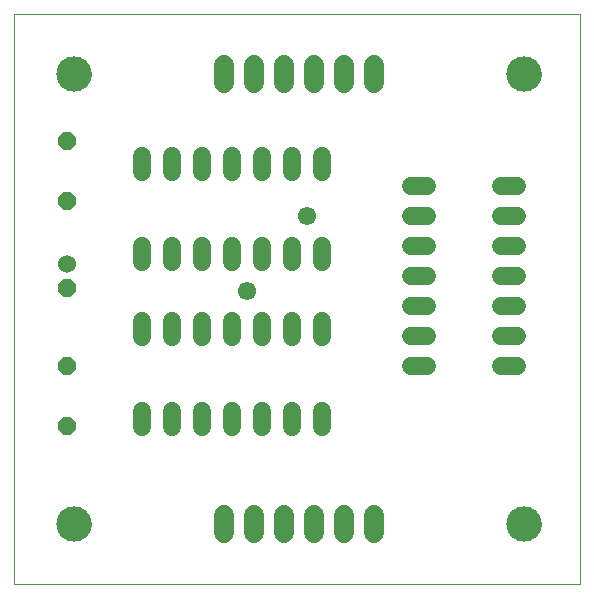
<source format=gts>
G75*
%MOIN*%
%OFA0B0*%
%FSLAX25Y25*%
%IPPOS*%
%LPD*%
%AMOC8*
5,1,8,0,0,1.08239X$1,22.5*
%
%ADD10C,0.00000*%
%ADD11OC8,0.06000*%
%ADD12C,0.06000*%
%ADD13C,0.06000*%
%ADD14C,0.11824*%
%ADD15C,0.06737*%
%ADD16C,0.06115*%
%ADD17C,0.04800*%
D10*
X0001800Y0001800D02*
X0001800Y0191761D01*
X0190501Y0191761D01*
X0190501Y0001800D01*
X0001800Y0001800D01*
X0016288Y0021800D02*
X0016290Y0021948D01*
X0016296Y0022096D01*
X0016306Y0022244D01*
X0016320Y0022391D01*
X0016338Y0022538D01*
X0016359Y0022684D01*
X0016385Y0022830D01*
X0016415Y0022975D01*
X0016448Y0023119D01*
X0016486Y0023262D01*
X0016527Y0023404D01*
X0016572Y0023545D01*
X0016620Y0023685D01*
X0016673Y0023824D01*
X0016729Y0023961D01*
X0016789Y0024096D01*
X0016852Y0024230D01*
X0016919Y0024362D01*
X0016990Y0024492D01*
X0017064Y0024620D01*
X0017141Y0024746D01*
X0017222Y0024870D01*
X0017306Y0024992D01*
X0017393Y0025111D01*
X0017484Y0025228D01*
X0017578Y0025343D01*
X0017674Y0025455D01*
X0017774Y0025565D01*
X0017876Y0025671D01*
X0017982Y0025775D01*
X0018090Y0025876D01*
X0018201Y0025974D01*
X0018314Y0026070D01*
X0018430Y0026162D01*
X0018548Y0026251D01*
X0018669Y0026336D01*
X0018792Y0026419D01*
X0018917Y0026498D01*
X0019044Y0026574D01*
X0019173Y0026646D01*
X0019304Y0026715D01*
X0019437Y0026780D01*
X0019572Y0026841D01*
X0019708Y0026899D01*
X0019845Y0026954D01*
X0019984Y0027004D01*
X0020125Y0027051D01*
X0020266Y0027094D01*
X0020409Y0027134D01*
X0020553Y0027169D01*
X0020697Y0027201D01*
X0020843Y0027228D01*
X0020989Y0027252D01*
X0021136Y0027272D01*
X0021283Y0027288D01*
X0021430Y0027300D01*
X0021578Y0027308D01*
X0021726Y0027312D01*
X0021874Y0027312D01*
X0022022Y0027308D01*
X0022170Y0027300D01*
X0022317Y0027288D01*
X0022464Y0027272D01*
X0022611Y0027252D01*
X0022757Y0027228D01*
X0022903Y0027201D01*
X0023047Y0027169D01*
X0023191Y0027134D01*
X0023334Y0027094D01*
X0023475Y0027051D01*
X0023616Y0027004D01*
X0023755Y0026954D01*
X0023892Y0026899D01*
X0024028Y0026841D01*
X0024163Y0026780D01*
X0024296Y0026715D01*
X0024427Y0026646D01*
X0024556Y0026574D01*
X0024683Y0026498D01*
X0024808Y0026419D01*
X0024931Y0026336D01*
X0025052Y0026251D01*
X0025170Y0026162D01*
X0025286Y0026070D01*
X0025399Y0025974D01*
X0025510Y0025876D01*
X0025618Y0025775D01*
X0025724Y0025671D01*
X0025826Y0025565D01*
X0025926Y0025455D01*
X0026022Y0025343D01*
X0026116Y0025228D01*
X0026207Y0025111D01*
X0026294Y0024992D01*
X0026378Y0024870D01*
X0026459Y0024746D01*
X0026536Y0024620D01*
X0026610Y0024492D01*
X0026681Y0024362D01*
X0026748Y0024230D01*
X0026811Y0024096D01*
X0026871Y0023961D01*
X0026927Y0023824D01*
X0026980Y0023685D01*
X0027028Y0023545D01*
X0027073Y0023404D01*
X0027114Y0023262D01*
X0027152Y0023119D01*
X0027185Y0022975D01*
X0027215Y0022830D01*
X0027241Y0022684D01*
X0027262Y0022538D01*
X0027280Y0022391D01*
X0027294Y0022244D01*
X0027304Y0022096D01*
X0027310Y0021948D01*
X0027312Y0021800D01*
X0027310Y0021652D01*
X0027304Y0021504D01*
X0027294Y0021356D01*
X0027280Y0021209D01*
X0027262Y0021062D01*
X0027241Y0020916D01*
X0027215Y0020770D01*
X0027185Y0020625D01*
X0027152Y0020481D01*
X0027114Y0020338D01*
X0027073Y0020196D01*
X0027028Y0020055D01*
X0026980Y0019915D01*
X0026927Y0019776D01*
X0026871Y0019639D01*
X0026811Y0019504D01*
X0026748Y0019370D01*
X0026681Y0019238D01*
X0026610Y0019108D01*
X0026536Y0018980D01*
X0026459Y0018854D01*
X0026378Y0018730D01*
X0026294Y0018608D01*
X0026207Y0018489D01*
X0026116Y0018372D01*
X0026022Y0018257D01*
X0025926Y0018145D01*
X0025826Y0018035D01*
X0025724Y0017929D01*
X0025618Y0017825D01*
X0025510Y0017724D01*
X0025399Y0017626D01*
X0025286Y0017530D01*
X0025170Y0017438D01*
X0025052Y0017349D01*
X0024931Y0017264D01*
X0024808Y0017181D01*
X0024683Y0017102D01*
X0024556Y0017026D01*
X0024427Y0016954D01*
X0024296Y0016885D01*
X0024163Y0016820D01*
X0024028Y0016759D01*
X0023892Y0016701D01*
X0023755Y0016646D01*
X0023616Y0016596D01*
X0023475Y0016549D01*
X0023334Y0016506D01*
X0023191Y0016466D01*
X0023047Y0016431D01*
X0022903Y0016399D01*
X0022757Y0016372D01*
X0022611Y0016348D01*
X0022464Y0016328D01*
X0022317Y0016312D01*
X0022170Y0016300D01*
X0022022Y0016292D01*
X0021874Y0016288D01*
X0021726Y0016288D01*
X0021578Y0016292D01*
X0021430Y0016300D01*
X0021283Y0016312D01*
X0021136Y0016328D01*
X0020989Y0016348D01*
X0020843Y0016372D01*
X0020697Y0016399D01*
X0020553Y0016431D01*
X0020409Y0016466D01*
X0020266Y0016506D01*
X0020125Y0016549D01*
X0019984Y0016596D01*
X0019845Y0016646D01*
X0019708Y0016701D01*
X0019572Y0016759D01*
X0019437Y0016820D01*
X0019304Y0016885D01*
X0019173Y0016954D01*
X0019044Y0017026D01*
X0018917Y0017102D01*
X0018792Y0017181D01*
X0018669Y0017264D01*
X0018548Y0017349D01*
X0018430Y0017438D01*
X0018314Y0017530D01*
X0018201Y0017626D01*
X0018090Y0017724D01*
X0017982Y0017825D01*
X0017876Y0017929D01*
X0017774Y0018035D01*
X0017674Y0018145D01*
X0017578Y0018257D01*
X0017484Y0018372D01*
X0017393Y0018489D01*
X0017306Y0018608D01*
X0017222Y0018730D01*
X0017141Y0018854D01*
X0017064Y0018980D01*
X0016990Y0019108D01*
X0016919Y0019238D01*
X0016852Y0019370D01*
X0016789Y0019504D01*
X0016729Y0019639D01*
X0016673Y0019776D01*
X0016620Y0019915D01*
X0016572Y0020055D01*
X0016527Y0020196D01*
X0016486Y0020338D01*
X0016448Y0020481D01*
X0016415Y0020625D01*
X0016385Y0020770D01*
X0016359Y0020916D01*
X0016338Y0021062D01*
X0016320Y0021209D01*
X0016306Y0021356D01*
X0016296Y0021504D01*
X0016290Y0021652D01*
X0016288Y0021800D01*
X0016288Y0171800D02*
X0016290Y0171948D01*
X0016296Y0172096D01*
X0016306Y0172244D01*
X0016320Y0172391D01*
X0016338Y0172538D01*
X0016359Y0172684D01*
X0016385Y0172830D01*
X0016415Y0172975D01*
X0016448Y0173119D01*
X0016486Y0173262D01*
X0016527Y0173404D01*
X0016572Y0173545D01*
X0016620Y0173685D01*
X0016673Y0173824D01*
X0016729Y0173961D01*
X0016789Y0174096D01*
X0016852Y0174230D01*
X0016919Y0174362D01*
X0016990Y0174492D01*
X0017064Y0174620D01*
X0017141Y0174746D01*
X0017222Y0174870D01*
X0017306Y0174992D01*
X0017393Y0175111D01*
X0017484Y0175228D01*
X0017578Y0175343D01*
X0017674Y0175455D01*
X0017774Y0175565D01*
X0017876Y0175671D01*
X0017982Y0175775D01*
X0018090Y0175876D01*
X0018201Y0175974D01*
X0018314Y0176070D01*
X0018430Y0176162D01*
X0018548Y0176251D01*
X0018669Y0176336D01*
X0018792Y0176419D01*
X0018917Y0176498D01*
X0019044Y0176574D01*
X0019173Y0176646D01*
X0019304Y0176715D01*
X0019437Y0176780D01*
X0019572Y0176841D01*
X0019708Y0176899D01*
X0019845Y0176954D01*
X0019984Y0177004D01*
X0020125Y0177051D01*
X0020266Y0177094D01*
X0020409Y0177134D01*
X0020553Y0177169D01*
X0020697Y0177201D01*
X0020843Y0177228D01*
X0020989Y0177252D01*
X0021136Y0177272D01*
X0021283Y0177288D01*
X0021430Y0177300D01*
X0021578Y0177308D01*
X0021726Y0177312D01*
X0021874Y0177312D01*
X0022022Y0177308D01*
X0022170Y0177300D01*
X0022317Y0177288D01*
X0022464Y0177272D01*
X0022611Y0177252D01*
X0022757Y0177228D01*
X0022903Y0177201D01*
X0023047Y0177169D01*
X0023191Y0177134D01*
X0023334Y0177094D01*
X0023475Y0177051D01*
X0023616Y0177004D01*
X0023755Y0176954D01*
X0023892Y0176899D01*
X0024028Y0176841D01*
X0024163Y0176780D01*
X0024296Y0176715D01*
X0024427Y0176646D01*
X0024556Y0176574D01*
X0024683Y0176498D01*
X0024808Y0176419D01*
X0024931Y0176336D01*
X0025052Y0176251D01*
X0025170Y0176162D01*
X0025286Y0176070D01*
X0025399Y0175974D01*
X0025510Y0175876D01*
X0025618Y0175775D01*
X0025724Y0175671D01*
X0025826Y0175565D01*
X0025926Y0175455D01*
X0026022Y0175343D01*
X0026116Y0175228D01*
X0026207Y0175111D01*
X0026294Y0174992D01*
X0026378Y0174870D01*
X0026459Y0174746D01*
X0026536Y0174620D01*
X0026610Y0174492D01*
X0026681Y0174362D01*
X0026748Y0174230D01*
X0026811Y0174096D01*
X0026871Y0173961D01*
X0026927Y0173824D01*
X0026980Y0173685D01*
X0027028Y0173545D01*
X0027073Y0173404D01*
X0027114Y0173262D01*
X0027152Y0173119D01*
X0027185Y0172975D01*
X0027215Y0172830D01*
X0027241Y0172684D01*
X0027262Y0172538D01*
X0027280Y0172391D01*
X0027294Y0172244D01*
X0027304Y0172096D01*
X0027310Y0171948D01*
X0027312Y0171800D01*
X0027310Y0171652D01*
X0027304Y0171504D01*
X0027294Y0171356D01*
X0027280Y0171209D01*
X0027262Y0171062D01*
X0027241Y0170916D01*
X0027215Y0170770D01*
X0027185Y0170625D01*
X0027152Y0170481D01*
X0027114Y0170338D01*
X0027073Y0170196D01*
X0027028Y0170055D01*
X0026980Y0169915D01*
X0026927Y0169776D01*
X0026871Y0169639D01*
X0026811Y0169504D01*
X0026748Y0169370D01*
X0026681Y0169238D01*
X0026610Y0169108D01*
X0026536Y0168980D01*
X0026459Y0168854D01*
X0026378Y0168730D01*
X0026294Y0168608D01*
X0026207Y0168489D01*
X0026116Y0168372D01*
X0026022Y0168257D01*
X0025926Y0168145D01*
X0025826Y0168035D01*
X0025724Y0167929D01*
X0025618Y0167825D01*
X0025510Y0167724D01*
X0025399Y0167626D01*
X0025286Y0167530D01*
X0025170Y0167438D01*
X0025052Y0167349D01*
X0024931Y0167264D01*
X0024808Y0167181D01*
X0024683Y0167102D01*
X0024556Y0167026D01*
X0024427Y0166954D01*
X0024296Y0166885D01*
X0024163Y0166820D01*
X0024028Y0166759D01*
X0023892Y0166701D01*
X0023755Y0166646D01*
X0023616Y0166596D01*
X0023475Y0166549D01*
X0023334Y0166506D01*
X0023191Y0166466D01*
X0023047Y0166431D01*
X0022903Y0166399D01*
X0022757Y0166372D01*
X0022611Y0166348D01*
X0022464Y0166328D01*
X0022317Y0166312D01*
X0022170Y0166300D01*
X0022022Y0166292D01*
X0021874Y0166288D01*
X0021726Y0166288D01*
X0021578Y0166292D01*
X0021430Y0166300D01*
X0021283Y0166312D01*
X0021136Y0166328D01*
X0020989Y0166348D01*
X0020843Y0166372D01*
X0020697Y0166399D01*
X0020553Y0166431D01*
X0020409Y0166466D01*
X0020266Y0166506D01*
X0020125Y0166549D01*
X0019984Y0166596D01*
X0019845Y0166646D01*
X0019708Y0166701D01*
X0019572Y0166759D01*
X0019437Y0166820D01*
X0019304Y0166885D01*
X0019173Y0166954D01*
X0019044Y0167026D01*
X0018917Y0167102D01*
X0018792Y0167181D01*
X0018669Y0167264D01*
X0018548Y0167349D01*
X0018430Y0167438D01*
X0018314Y0167530D01*
X0018201Y0167626D01*
X0018090Y0167724D01*
X0017982Y0167825D01*
X0017876Y0167929D01*
X0017774Y0168035D01*
X0017674Y0168145D01*
X0017578Y0168257D01*
X0017484Y0168372D01*
X0017393Y0168489D01*
X0017306Y0168608D01*
X0017222Y0168730D01*
X0017141Y0168854D01*
X0017064Y0168980D01*
X0016990Y0169108D01*
X0016919Y0169238D01*
X0016852Y0169370D01*
X0016789Y0169504D01*
X0016729Y0169639D01*
X0016673Y0169776D01*
X0016620Y0169915D01*
X0016572Y0170055D01*
X0016527Y0170196D01*
X0016486Y0170338D01*
X0016448Y0170481D01*
X0016415Y0170625D01*
X0016385Y0170770D01*
X0016359Y0170916D01*
X0016338Y0171062D01*
X0016320Y0171209D01*
X0016306Y0171356D01*
X0016296Y0171504D01*
X0016290Y0171652D01*
X0016288Y0171800D01*
X0166288Y0171800D02*
X0166290Y0171948D01*
X0166296Y0172096D01*
X0166306Y0172244D01*
X0166320Y0172391D01*
X0166338Y0172538D01*
X0166359Y0172684D01*
X0166385Y0172830D01*
X0166415Y0172975D01*
X0166448Y0173119D01*
X0166486Y0173262D01*
X0166527Y0173404D01*
X0166572Y0173545D01*
X0166620Y0173685D01*
X0166673Y0173824D01*
X0166729Y0173961D01*
X0166789Y0174096D01*
X0166852Y0174230D01*
X0166919Y0174362D01*
X0166990Y0174492D01*
X0167064Y0174620D01*
X0167141Y0174746D01*
X0167222Y0174870D01*
X0167306Y0174992D01*
X0167393Y0175111D01*
X0167484Y0175228D01*
X0167578Y0175343D01*
X0167674Y0175455D01*
X0167774Y0175565D01*
X0167876Y0175671D01*
X0167982Y0175775D01*
X0168090Y0175876D01*
X0168201Y0175974D01*
X0168314Y0176070D01*
X0168430Y0176162D01*
X0168548Y0176251D01*
X0168669Y0176336D01*
X0168792Y0176419D01*
X0168917Y0176498D01*
X0169044Y0176574D01*
X0169173Y0176646D01*
X0169304Y0176715D01*
X0169437Y0176780D01*
X0169572Y0176841D01*
X0169708Y0176899D01*
X0169845Y0176954D01*
X0169984Y0177004D01*
X0170125Y0177051D01*
X0170266Y0177094D01*
X0170409Y0177134D01*
X0170553Y0177169D01*
X0170697Y0177201D01*
X0170843Y0177228D01*
X0170989Y0177252D01*
X0171136Y0177272D01*
X0171283Y0177288D01*
X0171430Y0177300D01*
X0171578Y0177308D01*
X0171726Y0177312D01*
X0171874Y0177312D01*
X0172022Y0177308D01*
X0172170Y0177300D01*
X0172317Y0177288D01*
X0172464Y0177272D01*
X0172611Y0177252D01*
X0172757Y0177228D01*
X0172903Y0177201D01*
X0173047Y0177169D01*
X0173191Y0177134D01*
X0173334Y0177094D01*
X0173475Y0177051D01*
X0173616Y0177004D01*
X0173755Y0176954D01*
X0173892Y0176899D01*
X0174028Y0176841D01*
X0174163Y0176780D01*
X0174296Y0176715D01*
X0174427Y0176646D01*
X0174556Y0176574D01*
X0174683Y0176498D01*
X0174808Y0176419D01*
X0174931Y0176336D01*
X0175052Y0176251D01*
X0175170Y0176162D01*
X0175286Y0176070D01*
X0175399Y0175974D01*
X0175510Y0175876D01*
X0175618Y0175775D01*
X0175724Y0175671D01*
X0175826Y0175565D01*
X0175926Y0175455D01*
X0176022Y0175343D01*
X0176116Y0175228D01*
X0176207Y0175111D01*
X0176294Y0174992D01*
X0176378Y0174870D01*
X0176459Y0174746D01*
X0176536Y0174620D01*
X0176610Y0174492D01*
X0176681Y0174362D01*
X0176748Y0174230D01*
X0176811Y0174096D01*
X0176871Y0173961D01*
X0176927Y0173824D01*
X0176980Y0173685D01*
X0177028Y0173545D01*
X0177073Y0173404D01*
X0177114Y0173262D01*
X0177152Y0173119D01*
X0177185Y0172975D01*
X0177215Y0172830D01*
X0177241Y0172684D01*
X0177262Y0172538D01*
X0177280Y0172391D01*
X0177294Y0172244D01*
X0177304Y0172096D01*
X0177310Y0171948D01*
X0177312Y0171800D01*
X0177310Y0171652D01*
X0177304Y0171504D01*
X0177294Y0171356D01*
X0177280Y0171209D01*
X0177262Y0171062D01*
X0177241Y0170916D01*
X0177215Y0170770D01*
X0177185Y0170625D01*
X0177152Y0170481D01*
X0177114Y0170338D01*
X0177073Y0170196D01*
X0177028Y0170055D01*
X0176980Y0169915D01*
X0176927Y0169776D01*
X0176871Y0169639D01*
X0176811Y0169504D01*
X0176748Y0169370D01*
X0176681Y0169238D01*
X0176610Y0169108D01*
X0176536Y0168980D01*
X0176459Y0168854D01*
X0176378Y0168730D01*
X0176294Y0168608D01*
X0176207Y0168489D01*
X0176116Y0168372D01*
X0176022Y0168257D01*
X0175926Y0168145D01*
X0175826Y0168035D01*
X0175724Y0167929D01*
X0175618Y0167825D01*
X0175510Y0167724D01*
X0175399Y0167626D01*
X0175286Y0167530D01*
X0175170Y0167438D01*
X0175052Y0167349D01*
X0174931Y0167264D01*
X0174808Y0167181D01*
X0174683Y0167102D01*
X0174556Y0167026D01*
X0174427Y0166954D01*
X0174296Y0166885D01*
X0174163Y0166820D01*
X0174028Y0166759D01*
X0173892Y0166701D01*
X0173755Y0166646D01*
X0173616Y0166596D01*
X0173475Y0166549D01*
X0173334Y0166506D01*
X0173191Y0166466D01*
X0173047Y0166431D01*
X0172903Y0166399D01*
X0172757Y0166372D01*
X0172611Y0166348D01*
X0172464Y0166328D01*
X0172317Y0166312D01*
X0172170Y0166300D01*
X0172022Y0166292D01*
X0171874Y0166288D01*
X0171726Y0166288D01*
X0171578Y0166292D01*
X0171430Y0166300D01*
X0171283Y0166312D01*
X0171136Y0166328D01*
X0170989Y0166348D01*
X0170843Y0166372D01*
X0170697Y0166399D01*
X0170553Y0166431D01*
X0170409Y0166466D01*
X0170266Y0166506D01*
X0170125Y0166549D01*
X0169984Y0166596D01*
X0169845Y0166646D01*
X0169708Y0166701D01*
X0169572Y0166759D01*
X0169437Y0166820D01*
X0169304Y0166885D01*
X0169173Y0166954D01*
X0169044Y0167026D01*
X0168917Y0167102D01*
X0168792Y0167181D01*
X0168669Y0167264D01*
X0168548Y0167349D01*
X0168430Y0167438D01*
X0168314Y0167530D01*
X0168201Y0167626D01*
X0168090Y0167724D01*
X0167982Y0167825D01*
X0167876Y0167929D01*
X0167774Y0168035D01*
X0167674Y0168145D01*
X0167578Y0168257D01*
X0167484Y0168372D01*
X0167393Y0168489D01*
X0167306Y0168608D01*
X0167222Y0168730D01*
X0167141Y0168854D01*
X0167064Y0168980D01*
X0166990Y0169108D01*
X0166919Y0169238D01*
X0166852Y0169370D01*
X0166789Y0169504D01*
X0166729Y0169639D01*
X0166673Y0169776D01*
X0166620Y0169915D01*
X0166572Y0170055D01*
X0166527Y0170196D01*
X0166486Y0170338D01*
X0166448Y0170481D01*
X0166415Y0170625D01*
X0166385Y0170770D01*
X0166359Y0170916D01*
X0166338Y0171062D01*
X0166320Y0171209D01*
X0166306Y0171356D01*
X0166296Y0171504D01*
X0166290Y0171652D01*
X0166288Y0171800D01*
X0166288Y0021800D02*
X0166290Y0021948D01*
X0166296Y0022096D01*
X0166306Y0022244D01*
X0166320Y0022391D01*
X0166338Y0022538D01*
X0166359Y0022684D01*
X0166385Y0022830D01*
X0166415Y0022975D01*
X0166448Y0023119D01*
X0166486Y0023262D01*
X0166527Y0023404D01*
X0166572Y0023545D01*
X0166620Y0023685D01*
X0166673Y0023824D01*
X0166729Y0023961D01*
X0166789Y0024096D01*
X0166852Y0024230D01*
X0166919Y0024362D01*
X0166990Y0024492D01*
X0167064Y0024620D01*
X0167141Y0024746D01*
X0167222Y0024870D01*
X0167306Y0024992D01*
X0167393Y0025111D01*
X0167484Y0025228D01*
X0167578Y0025343D01*
X0167674Y0025455D01*
X0167774Y0025565D01*
X0167876Y0025671D01*
X0167982Y0025775D01*
X0168090Y0025876D01*
X0168201Y0025974D01*
X0168314Y0026070D01*
X0168430Y0026162D01*
X0168548Y0026251D01*
X0168669Y0026336D01*
X0168792Y0026419D01*
X0168917Y0026498D01*
X0169044Y0026574D01*
X0169173Y0026646D01*
X0169304Y0026715D01*
X0169437Y0026780D01*
X0169572Y0026841D01*
X0169708Y0026899D01*
X0169845Y0026954D01*
X0169984Y0027004D01*
X0170125Y0027051D01*
X0170266Y0027094D01*
X0170409Y0027134D01*
X0170553Y0027169D01*
X0170697Y0027201D01*
X0170843Y0027228D01*
X0170989Y0027252D01*
X0171136Y0027272D01*
X0171283Y0027288D01*
X0171430Y0027300D01*
X0171578Y0027308D01*
X0171726Y0027312D01*
X0171874Y0027312D01*
X0172022Y0027308D01*
X0172170Y0027300D01*
X0172317Y0027288D01*
X0172464Y0027272D01*
X0172611Y0027252D01*
X0172757Y0027228D01*
X0172903Y0027201D01*
X0173047Y0027169D01*
X0173191Y0027134D01*
X0173334Y0027094D01*
X0173475Y0027051D01*
X0173616Y0027004D01*
X0173755Y0026954D01*
X0173892Y0026899D01*
X0174028Y0026841D01*
X0174163Y0026780D01*
X0174296Y0026715D01*
X0174427Y0026646D01*
X0174556Y0026574D01*
X0174683Y0026498D01*
X0174808Y0026419D01*
X0174931Y0026336D01*
X0175052Y0026251D01*
X0175170Y0026162D01*
X0175286Y0026070D01*
X0175399Y0025974D01*
X0175510Y0025876D01*
X0175618Y0025775D01*
X0175724Y0025671D01*
X0175826Y0025565D01*
X0175926Y0025455D01*
X0176022Y0025343D01*
X0176116Y0025228D01*
X0176207Y0025111D01*
X0176294Y0024992D01*
X0176378Y0024870D01*
X0176459Y0024746D01*
X0176536Y0024620D01*
X0176610Y0024492D01*
X0176681Y0024362D01*
X0176748Y0024230D01*
X0176811Y0024096D01*
X0176871Y0023961D01*
X0176927Y0023824D01*
X0176980Y0023685D01*
X0177028Y0023545D01*
X0177073Y0023404D01*
X0177114Y0023262D01*
X0177152Y0023119D01*
X0177185Y0022975D01*
X0177215Y0022830D01*
X0177241Y0022684D01*
X0177262Y0022538D01*
X0177280Y0022391D01*
X0177294Y0022244D01*
X0177304Y0022096D01*
X0177310Y0021948D01*
X0177312Y0021800D01*
X0177310Y0021652D01*
X0177304Y0021504D01*
X0177294Y0021356D01*
X0177280Y0021209D01*
X0177262Y0021062D01*
X0177241Y0020916D01*
X0177215Y0020770D01*
X0177185Y0020625D01*
X0177152Y0020481D01*
X0177114Y0020338D01*
X0177073Y0020196D01*
X0177028Y0020055D01*
X0176980Y0019915D01*
X0176927Y0019776D01*
X0176871Y0019639D01*
X0176811Y0019504D01*
X0176748Y0019370D01*
X0176681Y0019238D01*
X0176610Y0019108D01*
X0176536Y0018980D01*
X0176459Y0018854D01*
X0176378Y0018730D01*
X0176294Y0018608D01*
X0176207Y0018489D01*
X0176116Y0018372D01*
X0176022Y0018257D01*
X0175926Y0018145D01*
X0175826Y0018035D01*
X0175724Y0017929D01*
X0175618Y0017825D01*
X0175510Y0017724D01*
X0175399Y0017626D01*
X0175286Y0017530D01*
X0175170Y0017438D01*
X0175052Y0017349D01*
X0174931Y0017264D01*
X0174808Y0017181D01*
X0174683Y0017102D01*
X0174556Y0017026D01*
X0174427Y0016954D01*
X0174296Y0016885D01*
X0174163Y0016820D01*
X0174028Y0016759D01*
X0173892Y0016701D01*
X0173755Y0016646D01*
X0173616Y0016596D01*
X0173475Y0016549D01*
X0173334Y0016506D01*
X0173191Y0016466D01*
X0173047Y0016431D01*
X0172903Y0016399D01*
X0172757Y0016372D01*
X0172611Y0016348D01*
X0172464Y0016328D01*
X0172317Y0016312D01*
X0172170Y0016300D01*
X0172022Y0016292D01*
X0171874Y0016288D01*
X0171726Y0016288D01*
X0171578Y0016292D01*
X0171430Y0016300D01*
X0171283Y0016312D01*
X0171136Y0016328D01*
X0170989Y0016348D01*
X0170843Y0016372D01*
X0170697Y0016399D01*
X0170553Y0016431D01*
X0170409Y0016466D01*
X0170266Y0016506D01*
X0170125Y0016549D01*
X0169984Y0016596D01*
X0169845Y0016646D01*
X0169708Y0016701D01*
X0169572Y0016759D01*
X0169437Y0016820D01*
X0169304Y0016885D01*
X0169173Y0016954D01*
X0169044Y0017026D01*
X0168917Y0017102D01*
X0168792Y0017181D01*
X0168669Y0017264D01*
X0168548Y0017349D01*
X0168430Y0017438D01*
X0168314Y0017530D01*
X0168201Y0017626D01*
X0168090Y0017724D01*
X0167982Y0017825D01*
X0167876Y0017929D01*
X0167774Y0018035D01*
X0167674Y0018145D01*
X0167578Y0018257D01*
X0167484Y0018372D01*
X0167393Y0018489D01*
X0167306Y0018608D01*
X0167222Y0018730D01*
X0167141Y0018854D01*
X0167064Y0018980D01*
X0166990Y0019108D01*
X0166919Y0019238D01*
X0166852Y0019370D01*
X0166789Y0019504D01*
X0166729Y0019639D01*
X0166673Y0019776D01*
X0166620Y0019915D01*
X0166572Y0020055D01*
X0166527Y0020196D01*
X0166486Y0020338D01*
X0166448Y0020481D01*
X0166415Y0020625D01*
X0166385Y0020770D01*
X0166359Y0020916D01*
X0166338Y0021062D01*
X0166320Y0021209D01*
X0166306Y0021356D01*
X0166296Y0021504D01*
X0166290Y0021652D01*
X0166288Y0021800D01*
D11*
X0019300Y0054300D03*
X0019300Y0074300D03*
X0019300Y0100300D03*
X0019300Y0129300D03*
X0019300Y0149300D03*
D12*
X0044300Y0144400D02*
X0044300Y0139200D01*
X0054300Y0139200D02*
X0054300Y0144400D01*
X0064300Y0144400D02*
X0064300Y0139200D01*
X0074300Y0139200D02*
X0074300Y0144400D01*
X0084300Y0144400D02*
X0084300Y0139200D01*
X0094300Y0139200D02*
X0094300Y0144400D01*
X0104300Y0144400D02*
X0104300Y0139200D01*
X0104300Y0114400D02*
X0104300Y0109200D01*
X0094300Y0109200D02*
X0094300Y0114400D01*
X0084300Y0114400D02*
X0084300Y0109200D01*
X0074300Y0109200D02*
X0074300Y0114400D01*
X0064300Y0114400D02*
X0064300Y0109200D01*
X0054300Y0109200D02*
X0054300Y0114400D01*
X0044300Y0114400D02*
X0044300Y0109200D01*
X0044300Y0089400D02*
X0044300Y0084200D01*
X0054300Y0084200D02*
X0054300Y0089400D01*
X0064300Y0089400D02*
X0064300Y0084200D01*
X0074300Y0084200D02*
X0074300Y0089400D01*
X0084300Y0089400D02*
X0084300Y0084200D01*
X0094300Y0084200D02*
X0094300Y0089400D01*
X0104300Y0089400D02*
X0104300Y0084200D01*
X0104300Y0059400D02*
X0104300Y0054200D01*
X0094300Y0054200D02*
X0094300Y0059400D01*
X0084300Y0059400D02*
X0084300Y0054200D01*
X0074300Y0054200D02*
X0074300Y0059400D01*
X0064300Y0059400D02*
X0064300Y0054200D01*
X0054300Y0054200D02*
X0054300Y0059400D01*
X0044300Y0059400D02*
X0044300Y0054200D01*
X0134200Y0074300D02*
X0139400Y0074300D01*
X0139400Y0084300D02*
X0134200Y0084300D01*
X0134200Y0094300D02*
X0139400Y0094300D01*
X0139400Y0104300D02*
X0134200Y0104300D01*
X0134200Y0114300D02*
X0139400Y0114300D01*
X0139400Y0124300D02*
X0134200Y0124300D01*
X0134200Y0134300D02*
X0139400Y0134300D01*
X0164200Y0134300D02*
X0169400Y0134300D01*
X0169400Y0124300D02*
X0164200Y0124300D01*
X0164200Y0114300D02*
X0169400Y0114300D01*
X0169400Y0104300D02*
X0164200Y0104300D01*
X0164200Y0094300D02*
X0169400Y0094300D01*
X0169400Y0084300D02*
X0164200Y0084300D01*
X0164200Y0074300D02*
X0169400Y0074300D01*
D13*
X0019300Y0108300D03*
D14*
X0021800Y0171800D03*
X0021800Y0021800D03*
X0171800Y0021800D03*
X0171800Y0171800D03*
D15*
X0121800Y0168831D02*
X0121800Y0174769D01*
X0111800Y0174769D02*
X0111800Y0168831D01*
X0101800Y0168831D02*
X0101800Y0174769D01*
X0091800Y0174769D02*
X0091800Y0168831D01*
X0081800Y0168831D02*
X0081800Y0174769D01*
X0071800Y0174769D02*
X0071800Y0168831D01*
X0071800Y0024769D02*
X0071800Y0018831D01*
X0081800Y0018831D02*
X0081800Y0024769D01*
X0091800Y0024769D02*
X0091800Y0018831D01*
X0101800Y0018831D02*
X0101800Y0024769D01*
X0111800Y0024769D02*
X0111800Y0018831D01*
X0121800Y0018831D02*
X0121800Y0024769D01*
D16*
X0079300Y0099300D03*
X0099300Y0124300D03*
D17*
X0054300Y0056800D03*
M02*

</source>
